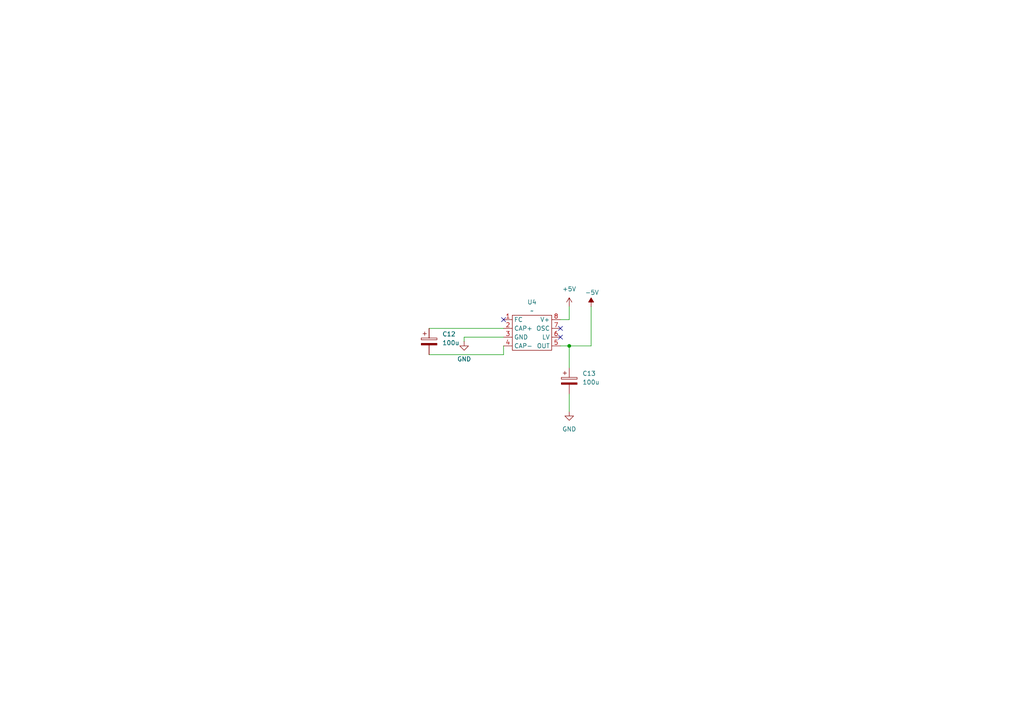
<source format=kicad_sch>
(kicad_sch (version 20231120) (generator "eeschema") (generator_version "8.0")
  (paper "A4")
  (lib_symbols
    (symbol "Device:C_Polarized" (pin_numbers hide) (pin_names (offset 0.254))
      (property "Reference" "C" (at 0.635 2.54 0))
      (property "Value" "C_Polarized" (at 0.635 -2.54 0))
      (symbol "C_Polarized_0_1"
        (rectangle (start -2.286 0.508) (end 2.286 1.016))
        (polyline (pts (xy -1.778 2.286) (xy -0.762 2.286)))
        (polyline (pts (xy -1.27 2.794) (xy -1.27 1.778)))
        (rectangle (start 2.286 -0.508) (end -2.286 -1.016) (fill (type outline)))
      )
      (symbol "C_Polarized_1_1"
        (pin passive line (at 0 3.81 270) (length 2.794) (name "~") (number "1"))
        (pin passive line (at 0 -3.81 90) (length 2.794) (name "~") (number "2"))
      )
    )
    (symbol "nps:MAX660CPA+"
      (property "Reference" "U" (at 0 0 0))
      (symbol "MAX660CPA+_0_1"
        (rectangle (start 2.54 1.27) (end 13.97 -8.89))
      )
      (symbol "MAX660CPA+_1_1"
        (pin input line (at 0 0 0) (length 2.54) (name "FC") (number "1"))
        (pin input line (at 0 -2.54 0) (length 2.54) (name "CAP+") (number "2"))
        (pin power_in line (at 0 -5.08 0) (length 2.54) (name "GND") (number "3"))
        (pin input line (at 0 -7.62 0) (length 2.54) (name "CAP-") (number "4"))
        (pin power_out line (at 16.51 -7.62 180) (length 2.54) (name "OUT") (number "5"))
        (pin input line (at 16.51 -5.08 180) (length 2.54) (name "LV") (number "6"))
        (pin input line (at 16.51 -2.54 180) (length 2.54) (name "OSC") (number "7"))
        (pin power_in line (at 16.51 0 180) (length 2.54) (name "V+") (number "8"))
      )
    )
    (symbol "power:+5V" (power) (pin_numbers hide) (pin_names (offset 0) hide)
      (property "Value" "+5V" (at 0 3.556 0))
      (symbol "+5V_0_1"
        (polyline (pts (xy -0.762 1.27) (xy 0 2.54)))
        (polyline (pts (xy 0 0) (xy 0 2.54)))
        (polyline (pts (xy 0 2.54) (xy 0.762 1.27)))
      )
      (symbol "+5V_1_1"
        (pin power_in line (at 0 0 90) (length 0) (name "~") (number "1"))
      )
    )
    (symbol "power:-5V" (power) (pin_numbers hide) (pin_names (offset 0) hide)
      (property "Value" "-5V" (at 0 3.556 0))
      (symbol "-5V_0_0"
        (pin power_in line (at 0 0 90) (length 0) (name "~") (number "1"))
      )
      (symbol "-5V_0_1"
        (polyline (pts (xy 0 0) (xy 0 1.27) (xy 0.762 1.27) (xy 0 2.54) (xy -0.762 1.27) (xy 0 1.27)) (fill (type outline)))
      )
    )
    (symbol "power:GND" (power) (pin_numbers hide) (pin_names (offset 0) hide)
      (property "Value" "GND" (at 0 -3.81 0))
      (symbol "GND_0_1"
        (polyline (pts (xy 0 0) (xy 0 -1.27) (xy 1.27 -1.27) (xy 0 -2.54) (xy -1.27 -1.27) (xy 0 -1.27)))
      )
      (symbol "GND_1_1"
        (pin power_in line (at 0 0 270) (length 0) (name "~") (number "1"))
      )
    )
  )
  (junction (at 165.1 100.33))
  (no_connect (at 162.56 97.79))
  (no_connect (at 162.56 95.25))
  (no_connect (at 146.05 92.71))
  (wire (pts (xy 124.46 95.25) (xy 146.05 95.25)))
  (wire (pts (xy 165.1 114.3) (xy 165.1 119.38)))
  (wire (pts (xy 165.1 100.33) (xy 171.45 100.33)))
  (wire (pts (xy 165.1 100.33) (xy 165.1 106.68)))
  (wire (pts (xy 134.62 99.06) (xy 134.62 97.79)))
  (wire (pts (xy 165.1 92.71) (xy 165.1 88.9)))
  (wire (pts (xy 162.56 100.33) (xy 165.1 100.33)))
  (wire (pts (xy 171.45 100.33) (xy 171.45 88.9)))
  (wire (pts (xy 134.62 97.79) (xy 146.05 97.79)))
  (wire (pts (xy 146.05 102.87) (xy 146.05 100.33)))
  (wire (pts (xy 124.46 102.87) (xy 146.05 102.87)))
  (wire (pts (xy 162.56 92.71) (xy 165.1 92.71)))
  (symbol (lib_id "power:-5V") (at 171.45 88.9 0) (unit 1)
    (property "Reference" "#PWR05" (effects (hide yes)))
    (property "Value" "-5V" (at 171.704 84.836 0))
    (property "Description" "Power symbol creates a global label with name \"-5V\"" (effects (hide yes)))
  )
  (symbol (lib_id "power:+5V") (at 165.1 88.9 0) (unit 1)
    (property "Reference" "#PWR04" (effects (hide yes)))
    (property "Value" "+5V" (at 165.1 83.82 0))
    (property "Description" "Power symbol creates a global label with name \"+5V\"" (effects (hide yes)))
  )
  (symbol (lib_id "power:GND") (at 134.62 99.06 0) (unit 1)
    (property "Reference" "#PWR03" (effects (hide yes)))
    (property "Value" "GND" (at 134.62 104.14 0))
    (property "Description" "Power symbol creates a global label with name \"GND\" , ground" (effects (hide yes)))
  )
  (symbol (lib_id "nps:MAX660CPA+") (at 146.05 92.71 0) (unit 1)
    (property "Reference" "U4" (at 154.305 87.63 0))
    (property "Value" "~" (at 154.305 90.17 0))
    (property "Footprint" "Package_DIP:DIP-8_W7.62mm" (effects (hide yes)))
  )
  (symbol (lib_id "power:GND") (at 165.1 119.38 0) (unit 1)
    (property "Reference" "#PWR026" (effects (hide yes)))
    (property "Value" "GND" (at 165.1 124.46 0))
    (property "Description" "Power symbol creates a global label with name \"GND\" , ground" (effects (hide yes)))
  )
  (symbol (lib_id "Device:C_Polarized") (at 165.1 110.49 0) (unit 1)
    (property "Reference" "C13" (at 168.91 108.3309 0) (effects (justify left)))
    (property "Value" "100u" (at 168.91 110.8709 0) (effects (justify left)))
    (property "Description" "Polarized capacitor" (effects (hide yes)))
  )
  (symbol (lib_id "Device:C_Polarized") (at 124.46 99.06 0) (unit 1)
    (property "Reference" "C12" (at 128.27 96.9009 0) (effects (justify left)))
    (property "Value" "100u" (at 128.27 99.4409 0) (effects (justify left)))
    (property "Description" "Polarized capacitor" (effects (hide yes)))
  )
)
</source>
